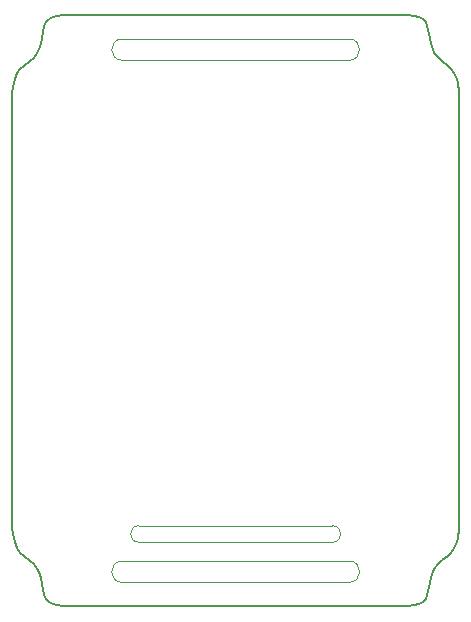
<source format=gm1>
G04 #@! TF.GenerationSoftware,KiCad,Pcbnew,(6.0.0-rc1-dev-332-g00d912f0b)*
G04 #@! TF.CreationDate,2018-09-23T23:35:21+02:00*
G04 #@! TF.ProjectId,xilwatch2,78696C7761746368322E6B696361645F,rev?*
G04 #@! TF.SameCoordinates,Original*
G04 #@! TF.FileFunction,Profile,NP*
%FSLAX46Y46*%
G04 Gerber Fmt 4.6, Leading zero omitted, Abs format (unit mm)*
G04 Created by KiCad (PCBNEW (6.0.0-rc1-dev-332-g00d912f0b)) date 09/23/18 23:35:21*
%MOMM*%
%LPD*%
G01*
G04 APERTURE LIST*
%ADD10C,0.120000*%
%ADD11C,0.200000*%
G04 APERTURE END LIST*
D10*
X172200000Y-107400000D02*
G75*
G02X172200000Y-108800000I0J-700000D01*
G01*
X155800000Y-108800000D02*
G75*
G02X155800000Y-107400000I0J700000D01*
G01*
X172200000Y-107400000D02*
X155800000Y-107400000D01*
X155800000Y-108800000D02*
X172200000Y-108800000D01*
X154400000Y-68000000D02*
G75*
G02X154400000Y-66200000I0J900000D01*
G01*
X154400000Y-66200000D02*
X173600000Y-66200000D01*
D11*
X147800000Y-65113558D02*
X147600000Y-66113558D01*
D10*
X173600000Y-110400000D02*
G75*
G02X173600000Y-112200000I0J-900000D01*
G01*
D11*
X147350000Y-67063558D02*
X147200000Y-67363558D01*
D10*
X173600000Y-66200000D02*
G75*
G02X173600000Y-68000000I0J-900000D01*
G01*
D11*
X146550000Y-68063558D02*
X146050000Y-68463558D01*
X147600000Y-66113558D02*
X147500000Y-66613558D01*
X147200000Y-67363558D02*
X146900000Y-67763558D01*
X146900000Y-67763558D02*
X146550000Y-68063558D01*
X147950000Y-64763558D02*
X147800000Y-65113558D01*
D10*
X173600000Y-68000000D02*
X154400000Y-68000000D01*
D11*
X148200000Y-64513558D02*
X147950000Y-64763558D01*
D10*
X154400000Y-110400000D02*
X173600000Y-110400000D01*
X154400000Y-112200000D02*
G75*
G02X154400000Y-110400000I0J900000D01*
G01*
X173600000Y-112200000D02*
X154400000Y-112200000D01*
D11*
X147500000Y-66613558D02*
X147350000Y-67063558D01*
X148900000Y-64263558D02*
X148500000Y-64363558D01*
X148500000Y-64363558D02*
X148200000Y-64513558D01*
X146050000Y-68463558D02*
X145750000Y-68713558D01*
X180675000Y-111336442D02*
X180825000Y-111036442D01*
X182275000Y-109686442D02*
X182525000Y-109286442D01*
X149400000Y-64200000D02*
X148900000Y-64263558D01*
X181975000Y-109936442D02*
X182275000Y-109686442D01*
X182925000Y-107700000D02*
X182825000Y-108436442D01*
X179525000Y-114036442D02*
X179825000Y-113886442D01*
X180075000Y-113636442D02*
X180225000Y-113286442D01*
X145500000Y-109300000D02*
X145300000Y-108800000D01*
X180525000Y-111786442D02*
X180675000Y-111336442D01*
X180825000Y-111036442D02*
X181125000Y-110636442D01*
X145100000Y-70700000D02*
X145200000Y-69950000D01*
X182525000Y-109286442D02*
X182725000Y-108786442D01*
X181125000Y-110636442D02*
X181475000Y-110336442D01*
X145300000Y-69613558D02*
X145200000Y-69950000D01*
X178600000Y-114200000D02*
X179100000Y-114150000D01*
X182725000Y-108786442D02*
X182825000Y-108436442D01*
X181475000Y-110336442D02*
X181975000Y-109936442D01*
X145750000Y-68713558D02*
X145500000Y-69113558D01*
X180425000Y-112286442D02*
X180525000Y-111786442D01*
X145500000Y-69113558D02*
X145300000Y-69613558D01*
X179100000Y-114150000D02*
X179525000Y-114036442D01*
X179825000Y-113886442D02*
X180075000Y-113636442D01*
X180225000Y-113286442D02*
X180425000Y-112286442D01*
X145100000Y-107700000D02*
X145200000Y-108450000D01*
X182725000Y-69600000D02*
X182825000Y-69950000D01*
X147600000Y-112300000D02*
X147500000Y-111800000D01*
X182275000Y-68700000D02*
X182525000Y-69100000D01*
X181475000Y-68050000D02*
X181975000Y-68450000D01*
X147200000Y-111050000D02*
X146900000Y-110650000D01*
X181125000Y-67750000D02*
X181475000Y-68050000D01*
X147800000Y-113300000D02*
X147600000Y-112300000D01*
X180825000Y-67350000D02*
X181125000Y-67750000D01*
X145300000Y-108800000D02*
X145200000Y-108450000D01*
X148500000Y-114050000D02*
X148200000Y-113900000D01*
X148900000Y-114150000D02*
X148500000Y-114050000D01*
X145750000Y-109700000D02*
X145500000Y-109300000D01*
X146050000Y-109950000D02*
X145750000Y-109700000D01*
X146900000Y-110650000D02*
X146550000Y-110350000D01*
X147350000Y-111350000D02*
X147200000Y-111050000D01*
X149400000Y-114200000D02*
X148900000Y-114150000D01*
X181975000Y-68450000D02*
X182275000Y-68700000D01*
X146550000Y-110350000D02*
X146050000Y-109950000D01*
X148200000Y-113900000D02*
X147950000Y-113650000D01*
X147500000Y-111800000D02*
X147350000Y-111350000D01*
X182525000Y-69100000D02*
X182725000Y-69600000D01*
X147950000Y-113650000D02*
X147800000Y-113300000D01*
X179125000Y-64250000D02*
X179525000Y-64350000D01*
X182925000Y-70700000D02*
X182825000Y-69950000D01*
X149400000Y-64200000D02*
X178600000Y-64200000D01*
X178600000Y-64200000D02*
X179125000Y-64250000D01*
X145100000Y-107700000D02*
X145100000Y-70700000D01*
X179525000Y-64350000D02*
X179825000Y-64500000D01*
X180425000Y-66100000D02*
X180525000Y-66600000D01*
X178600000Y-114200000D02*
X149400000Y-114200000D01*
X180225000Y-65100000D02*
X180425000Y-66100000D01*
X180525000Y-66600000D02*
X180675000Y-67050000D01*
X180675000Y-67050000D02*
X180825000Y-67350000D01*
X180075000Y-64750000D02*
X180225000Y-65100000D01*
X182925000Y-70700000D02*
X182925000Y-107700000D01*
X179825000Y-64500000D02*
X180075000Y-64750000D01*
M02*

</source>
